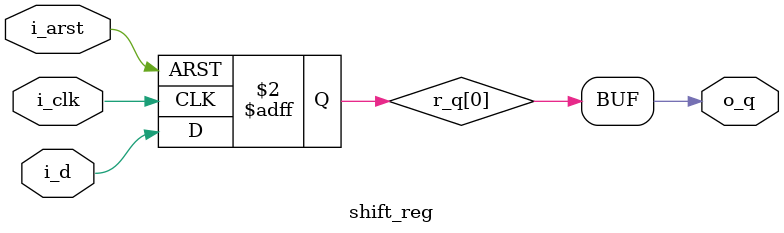
<source format=v>
module shift_reg
#(
	parameter	D_WIDTH	= 1,
	parameter	TAPE	= 1
)
(
	input	i_arst,
	input	i_clk,
	
	input	[D_WIDTH-1:0]i_d,
	output	[D_WIDTH-1:0]o_q
);

reg		[D_WIDTH-1:0]r_q[0:TAPE-1];

always@(posedge i_arst or posedge i_clk)
begin
	if (i_arst)
		r_q[0]	<= {D_WIDTH{1'b0}};
	else
		r_q[0]	<= i_d;
end

genvar i;
generate
	for (i=1; i<TAPE; i=i+1)
	begin: shift
		always@(posedge i_arst or posedge i_clk)
		begin
			if (i_arst)
				r_q[i]	<= {D_WIDTH{1'b0}};
			else
				r_q[i]	<= r_q[i-1];
		end
	end
endgenerate

assign	o_q	= r_q[TAPE-1];

endmodule

</source>
